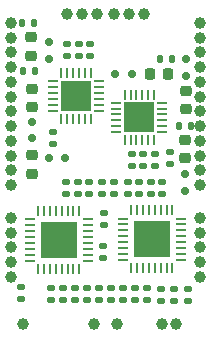
<source format=gbr>
G04 #@! TF.GenerationSoftware,KiCad,Pcbnew,9.0.4*
G04 #@! TF.CreationDate,2025-09-23T15:48:17-04:00*
G04 #@! TF.ProjectId,ESC Module,45534320-4d6f-4647-956c-652e6b696361,rev?*
G04 #@! TF.SameCoordinates,Original*
G04 #@! TF.FileFunction,Soldermask,Top*
G04 #@! TF.FilePolarity,Negative*
%FSLAX46Y46*%
G04 Gerber Fmt 4.6, Leading zero omitted, Abs format (unit mm)*
G04 Created by KiCad (PCBNEW 9.0.4) date 2025-09-23 15:48:17*
%MOMM*%
%LPD*%
G01*
G04 APERTURE LIST*
G04 Aperture macros list*
%AMRoundRect*
0 Rectangle with rounded corners*
0 $1 Rounding radius*
0 $2 $3 $4 $5 $6 $7 $8 $9 X,Y pos of 4 corners*
0 Add a 4 corners polygon primitive as box body*
4,1,4,$2,$3,$4,$5,$6,$7,$8,$9,$2,$3,0*
0 Add four circle primitives for the rounded corners*
1,1,$1+$1,$2,$3*
1,1,$1+$1,$4,$5*
1,1,$1+$1,$6,$7*
1,1,$1+$1,$8,$9*
0 Add four rect primitives between the rounded corners*
20,1,$1+$1,$2,$3,$4,$5,0*
20,1,$1+$1,$4,$5,$6,$7,0*
20,1,$1+$1,$6,$7,$8,$9,0*
20,1,$1+$1,$8,$9,$2,$3,0*%
G04 Aperture macros list end*
%ADD10RoundRect,0.135000X-0.135000X-0.185000X0.135000X-0.185000X0.135000X0.185000X-0.135000X0.185000X0*%
%ADD11RoundRect,0.225000X0.250000X-0.225000X0.250000X0.225000X-0.250000X0.225000X-0.250000X-0.225000X0*%
%ADD12RoundRect,0.150000X0.200000X-0.150000X0.200000X0.150000X-0.200000X0.150000X-0.200000X-0.150000X0*%
%ADD13C,1.000000*%
%ADD14RoundRect,0.135000X-0.185000X0.135000X-0.185000X-0.135000X0.185000X-0.135000X0.185000X0.135000X0*%
%ADD15RoundRect,0.140000X0.170000X-0.140000X0.170000X0.140000X-0.170000X0.140000X-0.170000X-0.140000X0*%
%ADD16RoundRect,0.062500X-0.062500X0.375000X-0.062500X-0.375000X0.062500X-0.375000X0.062500X0.375000X0*%
%ADD17RoundRect,0.062500X-0.375000X0.062500X-0.375000X-0.062500X0.375000X-0.062500X0.375000X0.062500X0*%
%ADD18R,3.100000X3.100000*%
%ADD19RoundRect,0.135000X0.185000X-0.135000X0.185000X0.135000X-0.185000X0.135000X-0.185000X-0.135000X0*%
%ADD20RoundRect,0.225000X-0.250000X0.225000X-0.250000X-0.225000X0.250000X-0.225000X0.250000X0.225000X0*%
%ADD21RoundRect,0.150000X-0.150000X-0.200000X0.150000X-0.200000X0.150000X0.200000X-0.150000X0.200000X0*%
%ADD22RoundRect,0.135000X0.135000X0.185000X-0.135000X0.185000X-0.135000X-0.185000X0.135000X-0.185000X0*%
%ADD23RoundRect,0.150000X-0.200000X0.150000X-0.200000X-0.150000X0.200000X-0.150000X0.200000X0.150000X0*%
%ADD24RoundRect,0.062500X0.350000X0.062500X-0.350000X0.062500X-0.350000X-0.062500X0.350000X-0.062500X0*%
%ADD25RoundRect,0.062500X0.062500X0.350000X-0.062500X0.350000X-0.062500X-0.350000X0.062500X-0.350000X0*%
%ADD26R,2.600000X2.600000*%
%ADD27RoundRect,0.062500X-0.350000X-0.062500X0.350000X-0.062500X0.350000X0.062500X-0.350000X0.062500X0*%
%ADD28RoundRect,0.062500X-0.062500X-0.350000X0.062500X-0.350000X0.062500X0.350000X-0.062500X0.350000X0*%
%ADD29RoundRect,0.062500X0.062500X-0.375000X0.062500X0.375000X-0.062500X0.375000X-0.062500X-0.375000X0*%
%ADD30RoundRect,0.062500X0.375000X-0.062500X0.375000X0.062500X-0.375000X0.062500X-0.375000X-0.062500X0*%
%ADD31RoundRect,0.225000X-0.225000X-0.250000X0.225000X-0.250000X0.225000X0.250000X-0.225000X0.250000X0*%
%ADD32RoundRect,0.150000X0.150000X0.200000X-0.150000X0.200000X-0.150000X-0.200000X0.150000X-0.200000X0*%
%ADD33RoundRect,0.140000X-0.170000X0.140000X-0.170000X-0.140000X0.170000X-0.140000X0.170000X0.140000X0*%
G04 APERTURE END LIST*
D10*
G04 #@! TO.C,R109*
X134230278Y-90234123D03*
X135250278Y-90234123D03*
G04 #@! TD*
D11*
G04 #@! TO.C,C8*
X121665000Y-84275000D03*
X121665000Y-82725000D03*
G04 #@! TD*
D12*
G04 #@! TO.C,D202*
X121765000Y-89875000D03*
X121765000Y-91275000D03*
G04 #@! TD*
D13*
G04 #@! TO.C,U7*
X120000000Y-86500000D03*
G04 #@! TD*
D14*
G04 #@! TO.C,R21*
X127454495Y-103959873D03*
X127454495Y-104979873D03*
G04 #@! TD*
D13*
G04 #@! TO.C,U14*
X136000000Y-87750000D03*
G04 #@! TD*
G04 #@! TO.C,U105*
X120000000Y-92750000D03*
G04 #@! TD*
D15*
G04 #@! TO.C,C5*
X132767309Y-95970566D03*
X132767309Y-95010566D03*
G04 #@! TD*
D13*
G04 #@! TO.C,U108*
X136000000Y-89000000D03*
G04 #@! TD*
G04 #@! TO.C,U121*
X120000000Y-101750000D03*
G04 #@! TD*
G04 #@! TO.C,U18*
X126000000Y-80750000D03*
G04 #@! TD*
D16*
G04 #@! TO.C,U305*
X133676995Y-97377373D03*
X133176995Y-97377373D03*
X132676995Y-97377373D03*
X132176995Y-97377373D03*
X131676995Y-97377373D03*
X131176995Y-97377373D03*
X130676995Y-97377373D03*
X130176995Y-97377373D03*
D17*
X129489495Y-98064873D03*
X129489495Y-98564873D03*
X129489495Y-99064873D03*
X129489495Y-99564873D03*
X129489495Y-100064873D03*
X129489495Y-100564873D03*
X129489495Y-101064873D03*
X129489495Y-101564873D03*
D16*
X130176995Y-102252373D03*
X130676995Y-102252373D03*
X131176995Y-102252373D03*
X131676995Y-102252373D03*
X132176995Y-102252373D03*
X132676995Y-102252373D03*
X133176995Y-102252373D03*
X133676995Y-102252373D03*
D17*
X134364495Y-101564873D03*
X134364495Y-101064873D03*
X134364495Y-100564873D03*
X134364495Y-100064873D03*
X134364495Y-99564873D03*
X134364495Y-99064873D03*
X134364495Y-98564873D03*
X134364495Y-98064873D03*
D18*
X131926995Y-99814873D03*
G04 #@! TD*
D19*
G04 #@! TO.C,R16*
X125412828Y-104979873D03*
X125412828Y-103959873D03*
G04 #@! TD*
G04 #@! TO.C,R202*
X132734441Y-105019435D03*
X132734441Y-103999435D03*
G04 #@! TD*
D13*
G04 #@! TO.C,U111*
X136000000Y-98000000D03*
G04 #@! TD*
D20*
G04 #@! TO.C,C303*
X134858166Y-87276653D03*
X134858166Y-88826653D03*
G04 #@! TD*
D14*
G04 #@! TO.C,R309*
X127846412Y-97581304D03*
X127846412Y-98601304D03*
G04 #@! TD*
D21*
G04 #@! TO.C,D304*
X130240000Y-85815000D03*
X128840000Y-85815000D03*
G04 #@! TD*
D19*
G04 #@! TO.C,R311*
X131825289Y-96000566D03*
X131825289Y-94980566D03*
G04 #@! TD*
D11*
G04 #@! TO.C,C6*
X121825000Y-94265000D03*
X121825000Y-92715000D03*
G04 #@! TD*
D13*
G04 #@! TO.C,U110*
X120000000Y-82750000D03*
G04 #@! TD*
D22*
G04 #@! TO.C,R105*
X121984073Y-81470951D03*
X120964073Y-81470951D03*
G04 #@! TD*
D13*
G04 #@! TO.C,U16*
X136000000Y-92750000D03*
G04 #@! TD*
D14*
G04 #@! TO.C,R110*
X131221088Y-92608320D03*
X131221088Y-93628320D03*
G04 #@! TD*
D13*
G04 #@! TO.C,U5*
X120000000Y-91500000D03*
G04 #@! TD*
D14*
G04 #@! TO.C,R22*
X124391995Y-103959873D03*
X124391995Y-104979873D03*
G04 #@! TD*
G04 #@! TO.C,R108*
X132202388Y-92611712D03*
X132202388Y-93631712D03*
G04 #@! TD*
D22*
G04 #@! TO.C,R102*
X122042653Y-85613155D03*
X121022653Y-85613155D03*
G04 #@! TD*
D13*
G04 #@! TO.C,U15*
X136000000Y-95250000D03*
G04 #@! TD*
D19*
G04 #@! TO.C,R104*
X125746532Y-84305000D03*
X125746532Y-83285000D03*
G04 #@! TD*
D14*
G04 #@! TO.C,R312*
X134984524Y-103999434D03*
X134984524Y-105019434D03*
G04 #@! TD*
D13*
G04 #@! TO.C,U202*
X120000000Y-98000000D03*
G04 #@! TD*
G04 #@! TO.C,U22*
X120000000Y-90250000D03*
G04 #@! TD*
G04 #@! TO.C,U116*
X124750000Y-80750000D03*
G04 #@! TD*
D19*
G04 #@! TO.C,R19*
X131537828Y-104979873D03*
X131537828Y-103959873D03*
G04 #@! TD*
D14*
G04 #@! TO.C,R307*
X128725328Y-94980566D03*
X128725328Y-96000566D03*
G04 #@! TD*
D13*
G04 #@! TO.C,U118*
X129000000Y-107000000D03*
G04 #@! TD*
D19*
G04 #@! TO.C,R310*
X127704495Y-96000566D03*
X127704495Y-94980566D03*
G04 #@! TD*
D23*
G04 #@! TO.C,D301*
X134785000Y-85990000D03*
X134785000Y-84590000D03*
G04 #@! TD*
D19*
G04 #@! TO.C,R15*
X129496162Y-104979873D03*
X129496162Y-103959873D03*
G04 #@! TD*
D13*
G04 #@! TO.C,U122*
X120000000Y-103000000D03*
G04 #@! TD*
G04 #@! TO.C,U114*
X136000000Y-91500000D03*
G04 #@! TD*
G04 #@! TO.C,U103*
X128750000Y-80750000D03*
G04 #@! TD*
D24*
G04 #@! TO.C,U25*
X127451908Y-88955413D03*
X127451908Y-88455413D03*
X127451908Y-87955413D03*
X127451908Y-87455413D03*
X127451908Y-86955413D03*
X127451908Y-86455413D03*
D25*
X126764408Y-85767913D03*
X126264408Y-85767913D03*
X125764408Y-85767913D03*
X125264408Y-85767913D03*
X124764408Y-85767913D03*
X124264408Y-85767913D03*
D24*
X123576908Y-86455413D03*
X123576908Y-86955413D03*
X123576908Y-87455413D03*
X123576908Y-87955413D03*
X123576908Y-88455413D03*
X123576908Y-88955413D03*
D25*
X124264408Y-89642913D03*
X124764408Y-89642913D03*
X125264408Y-89642913D03*
X125764408Y-89642913D03*
X126264408Y-89642913D03*
X126764408Y-89642913D03*
D26*
X125514408Y-87705413D03*
G04 #@! TD*
D13*
G04 #@! TO.C,U12*
X136000000Y-82750000D03*
G04 #@! TD*
D19*
G04 #@! TO.C,R14*
X130516995Y-104979873D03*
X130516995Y-103959873D03*
G04 #@! TD*
D13*
G04 #@! TO.C,U9*
X120000000Y-81500000D03*
G04 #@! TD*
D11*
G04 #@! TO.C,C304*
X134703835Y-92960584D03*
X134703835Y-91410584D03*
G04 #@! TD*
D13*
G04 #@! TO.C,U106*
X120000000Y-87750000D03*
G04 #@! TD*
D14*
G04 #@! TO.C,R306*
X129906995Y-94980566D03*
X129906995Y-96000566D03*
G04 #@! TD*
D13*
G04 #@! TO.C,U19*
X131250000Y-80750000D03*
G04 #@! TD*
D10*
G04 #@! TO.C,R107*
X132604719Y-84569715D03*
X133624719Y-84569715D03*
G04 #@! TD*
D13*
G04 #@! TO.C,U13*
X136000000Y-90250000D03*
G04 #@! TD*
G04 #@! TO.C,U20*
X120000000Y-95250000D03*
G04 #@! TD*
D19*
G04 #@! TO.C,R101*
X124745000Y-84305000D03*
X124745000Y-83285000D03*
G04 #@! TD*
D14*
G04 #@! TO.C,R111*
X133501098Y-92399202D03*
X133501098Y-93419202D03*
G04 #@! TD*
D13*
G04 #@! TO.C,U3*
X132750000Y-107000000D03*
G04 #@! TD*
G04 #@! TO.C,U113*
X136000000Y-81500000D03*
G04 #@! TD*
G04 #@! TO.C,U10*
X120000000Y-84000000D03*
G04 #@! TD*
G04 #@! TO.C,U115*
X136000000Y-86500000D03*
G04 #@! TD*
G04 #@! TO.C,U101*
X130000000Y-80750000D03*
G04 #@! TD*
D14*
G04 #@! TO.C,R112*
X130221339Y-92610016D03*
X130221339Y-93630016D03*
G04 #@! TD*
G04 #@! TO.C,R308*
X124662828Y-94959873D03*
X124662828Y-95979873D03*
G04 #@! TD*
D27*
G04 #@! TO.C,U302*
X128937500Y-88255000D03*
X128937500Y-88755000D03*
X128937500Y-89255000D03*
X128937500Y-89755000D03*
X128937500Y-90255000D03*
X128937500Y-90755000D03*
D28*
X129625000Y-91442500D03*
X130125000Y-91442500D03*
X130625000Y-91442500D03*
X131125000Y-91442500D03*
X131625000Y-91442500D03*
X132125000Y-91442500D03*
D27*
X132812500Y-90755000D03*
X132812500Y-90255000D03*
X132812500Y-89755000D03*
X132812500Y-89255000D03*
X132812500Y-88755000D03*
X132812500Y-88255000D03*
D28*
X132125000Y-87567500D03*
X131625000Y-87567500D03*
X131125000Y-87567500D03*
X130625000Y-87567500D03*
X130125000Y-87567500D03*
X129625000Y-87567500D03*
D26*
X130875000Y-89505000D03*
G04 #@! TD*
D13*
G04 #@! TO.C,U8*
X120000000Y-89000000D03*
G04 #@! TD*
D14*
G04 #@! TO.C,R305*
X130856995Y-94980566D03*
X130856995Y-96000566D03*
G04 #@! TD*
D13*
G04 #@! TO.C,U201*
X120000000Y-99250000D03*
G04 #@! TD*
D14*
G04 #@! TO.C,R304*
X126641995Y-94980566D03*
X126641995Y-96000566D03*
G04 #@! TD*
D13*
G04 #@! TO.C,U119*
X136000000Y-100500000D03*
G04 #@! TD*
D14*
G04 #@! TO.C,R103*
X123561330Y-90775406D03*
X123561330Y-91795406D03*
G04 #@! TD*
D13*
G04 #@! TO.C,U117*
X127000000Y-107000000D03*
G04 #@! TD*
D19*
G04 #@! TO.C,R313*
X133844159Y-105019434D03*
X133844159Y-103999434D03*
G04 #@! TD*
D13*
G04 #@! TO.C,U304*
X136000000Y-103000000D03*
G04 #@! TD*
G04 #@! TO.C,U11*
X136000000Y-85250000D03*
G04 #@! TD*
D29*
G04 #@! TO.C,U203*
X122296995Y-102312373D03*
X122796995Y-102312373D03*
X123296995Y-102312373D03*
X123796995Y-102312373D03*
X124296995Y-102312373D03*
X124796995Y-102312373D03*
X125296995Y-102312373D03*
X125796995Y-102312373D03*
D30*
X126484495Y-101624873D03*
X126484495Y-101124873D03*
X126484495Y-100624873D03*
X126484495Y-100124873D03*
X126484495Y-99624873D03*
X126484495Y-99124873D03*
X126484495Y-98624873D03*
X126484495Y-98124873D03*
D29*
X125796995Y-97437373D03*
X125296995Y-97437373D03*
X124796995Y-97437373D03*
X124296995Y-97437373D03*
X123796995Y-97437373D03*
X123296995Y-97437373D03*
X122796995Y-97437373D03*
X122296995Y-97437373D03*
D30*
X121609495Y-98124873D03*
X121609495Y-98624873D03*
X121609495Y-99124873D03*
X121609495Y-99624873D03*
X121609495Y-100124873D03*
X121609495Y-100624873D03*
X121609495Y-101124873D03*
X121609495Y-101624873D03*
D18*
X124046995Y-99874873D03*
G04 #@! TD*
D31*
G04 #@! TO.C,C302*
X131776654Y-85834836D03*
X133326654Y-85834836D03*
G04 #@! TD*
D13*
G04 #@! TO.C,U102*
X121000000Y-107000000D03*
G04 #@! TD*
G04 #@! TO.C,U107*
X136000000Y-84000000D03*
G04 #@! TD*
D19*
G04 #@! TO.C,R17*
X126433662Y-104979873D03*
X126433662Y-103959873D03*
G04 #@! TD*
G04 #@! TO.C,R18*
X128475328Y-104979873D03*
X128475328Y-103959873D03*
G04 #@! TD*
D13*
G04 #@! TO.C,U104*
X127250000Y-80750000D03*
G04 #@! TD*
G04 #@! TO.C,U21*
X120000000Y-85250000D03*
G04 #@! TD*
G04 #@! TO.C,U4*
X134000000Y-107000000D03*
G04 #@! TD*
G04 #@! TO.C,U120*
X136000000Y-99250000D03*
G04 #@! TD*
D32*
G04 #@! TO.C,D201*
X123200000Y-92960000D03*
X124600000Y-92960000D03*
G04 #@! TD*
D14*
G04 #@! TO.C,R201*
X120833005Y-103885127D03*
X120833005Y-104905127D03*
G04 #@! TD*
D23*
G04 #@! TO.C,D203*
X123194914Y-84544686D03*
X123194914Y-83144686D03*
G04 #@! TD*
D11*
G04 #@! TO.C,C7*
X121825000Y-88625000D03*
X121825000Y-87075000D03*
G04 #@! TD*
D13*
G04 #@! TO.C,U109*
X136000000Y-94000000D03*
G04 #@! TD*
G04 #@! TO.C,U303*
X136000000Y-101750000D03*
G04 #@! TD*
D33*
G04 #@! TO.C,C301*
X123389574Y-103963684D03*
X123389574Y-104923684D03*
G04 #@! TD*
D19*
G04 #@! TO.C,R106*
X126705000Y-84305000D03*
X126705000Y-83285000D03*
G04 #@! TD*
D14*
G04 #@! TO.C,R303*
X125683662Y-94959873D03*
X125683662Y-95979873D03*
G04 #@! TD*
D12*
G04 #@! TO.C,D302*
X134764496Y-94334026D03*
X134764496Y-95734026D03*
G04 #@! TD*
D13*
G04 #@! TO.C,U112*
X120000000Y-100500000D03*
G04 #@! TD*
G04 #@! TO.C,U6*
X120000000Y-94000000D03*
G04 #@! TD*
D19*
G04 #@! TO.C,R20*
X127837232Y-101388898D03*
X127837232Y-100368898D03*
G04 #@! TD*
M02*

</source>
